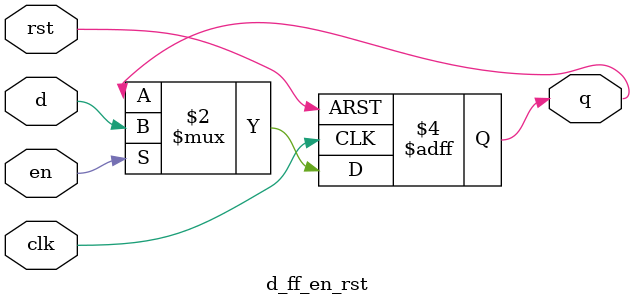
<source format=v>

module d_ff_en_rst (
  input  clk,  
  input  rst, 
  input  en,
  input  d,     
  output reg q      
);

  always @(posedge clk, posedge rst) begin   
    if (rst)   
      q <= 1'b0;    
    else if (en)
      q <= d;     
  end

endmodule
</source>
